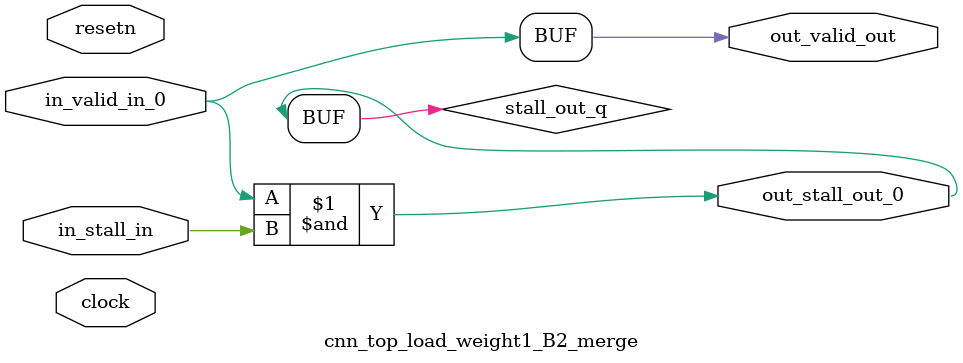
<source format=sv>



(* altera_attribute = "-name AUTO_SHIFT_REGISTER_RECOGNITION OFF; -name MESSAGE_DISABLE 10036; -name MESSAGE_DISABLE 10037; -name MESSAGE_DISABLE 14130; -name MESSAGE_DISABLE 14320; -name MESSAGE_DISABLE 15400; -name MESSAGE_DISABLE 14130; -name MESSAGE_DISABLE 10036; -name MESSAGE_DISABLE 12020; -name MESSAGE_DISABLE 12030; -name MESSAGE_DISABLE 12010; -name MESSAGE_DISABLE 12110; -name MESSAGE_DISABLE 14320; -name MESSAGE_DISABLE 13410; -name MESSAGE_DISABLE 113007; -name MESSAGE_DISABLE 10958" *)
module cnn_top_load_weight1_B2_merge (
    input wire [0:0] in_stall_in,
    input wire [0:0] in_valid_in_0,
    output wire [0:0] out_stall_out_0,
    output wire [0:0] out_valid_out,
    input wire clock,
    input wire resetn
    );

    wire [0:0] stall_out_q;


    // stall_out(LOGICAL,6)
    assign stall_out_q = in_valid_in_0 & in_stall_in;

    // out_stall_out_0(GPOUT,4)
    assign out_stall_out_0 = stall_out_q;

    // out_valid_out(GPOUT,5)
    assign out_valid_out = in_valid_in_0;

endmodule

</source>
